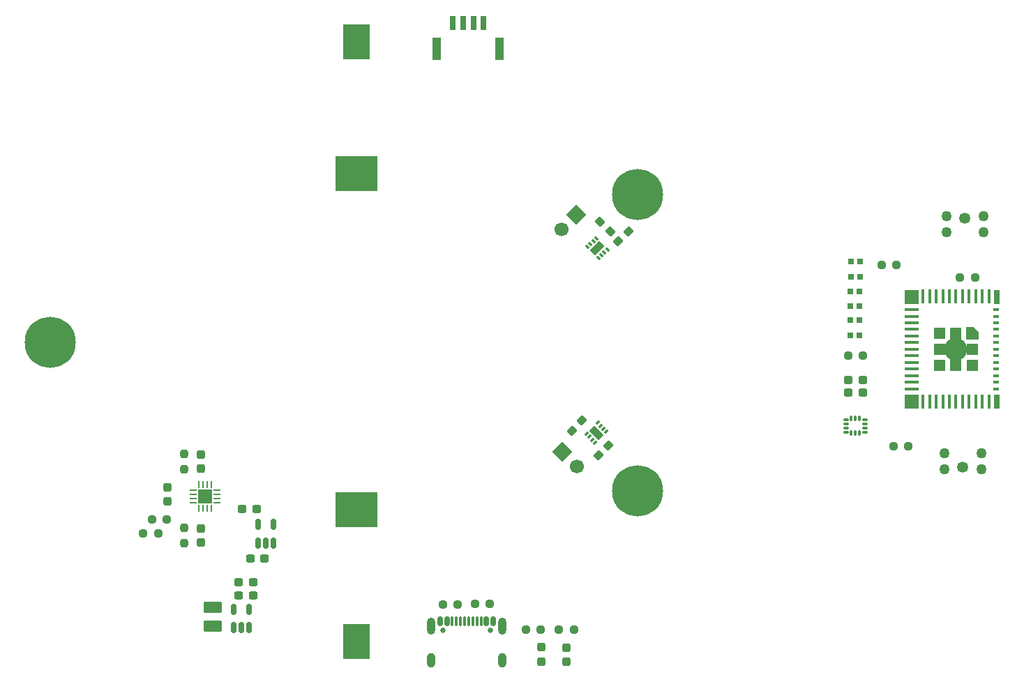
<source format=gbr>
%TF.GenerationSoftware,KiCad,Pcbnew,7.0.10-7.0.10~ubuntu22.04.1*%
%TF.CreationDate,2024-04-26T13:08:31-04:00*%
%TF.ProjectId,little_red_rover,6c697474-6c65-45f7-9265-645f726f7665,rev?*%
%TF.SameCoordinates,Original*%
%TF.FileFunction,Soldermask,Top*%
%TF.FilePolarity,Negative*%
%FSLAX46Y46*%
G04 Gerber Fmt 4.6, Leading zero omitted, Abs format (unit mm)*
G04 Created by KiCad (PCBNEW 7.0.10-7.0.10~ubuntu22.04.1) date 2024-04-26 13:08:31*
%MOMM*%
%LPD*%
G01*
G04 APERTURE LIST*
G04 Aperture macros list*
%AMRoundRect*
0 Rectangle with rounded corners*
0 $1 Rounding radius*
0 $2 $3 $4 $5 $6 $7 $8 $9 X,Y pos of 4 corners*
0 Add a 4 corners polygon primitive as box body*
4,1,4,$2,$3,$4,$5,$6,$7,$8,$9,$2,$3,0*
0 Add four circle primitives for the rounded corners*
1,1,$1+$1,$2,$3*
1,1,$1+$1,$4,$5*
1,1,$1+$1,$6,$7*
1,1,$1+$1,$8,$9*
0 Add four rect primitives between the rounded corners*
20,1,$1+$1,$2,$3,$4,$5,0*
20,1,$1+$1,$4,$5,$6,$7,0*
20,1,$1+$1,$6,$7,$8,$9,0*
20,1,$1+$1,$8,$9,$2,$3,0*%
%AMHorizOval*
0 Thick line with rounded ends*
0 $1 width*
0 $2 $3 position (X,Y) of the first rounded end (center of the circle)*
0 $4 $5 position (X,Y) of the second rounded end (center of the circle)*
0 Add line between two ends*
20,1,$1,$2,$3,$4,$5,0*
0 Add two circle primitives to create the rounded ends*
1,1,$1,$2,$3*
1,1,$1,$4,$5*%
%AMRotRect*
0 Rectangle, with rotation*
0 The origin of the aperture is its center*
0 $1 length*
0 $2 width*
0 $3 Rotation angle, in degrees counterclockwise*
0 Add horizontal line*
21,1,$1,$2,0,0,$3*%
%AMFreePoly0*
4,1,6,0.725000,-0.725000,-0.725000,-0.725000,-0.725000,0.125000,-0.125000,0.725000,0.725000,0.725000,0.725000,-0.725000,0.725000,-0.725000,$1*%
G04 Aperture macros list end*
%ADD10C,6.200000*%
%ADD11RoundRect,0.237500X-0.300000X-0.237500X0.300000X-0.237500X0.300000X0.237500X-0.300000X0.237500X0*%
%ADD12RoundRect,0.237500X-0.044194X-0.380070X0.380070X0.044194X0.044194X0.380070X-0.380070X-0.044194X0*%
%ADD13C,1.346200*%
%ADD14C,1.270000*%
%ADD15RoundRect,0.237500X0.237500X-0.300000X0.237500X0.300000X-0.237500X0.300000X-0.237500X-0.300000X0*%
%ADD16R,3.300000X4.240000*%
%ADD17R,5.200000X4.240000*%
%ADD18RoundRect,0.237500X0.237500X-0.287500X0.237500X0.287500X-0.237500X0.287500X-0.237500X-0.287500X0*%
%ADD19RoundRect,0.237500X0.237500X-0.250000X0.237500X0.250000X-0.237500X0.250000X-0.237500X-0.250000X0*%
%ADD20RoundRect,0.237500X0.300000X0.237500X-0.300000X0.237500X-0.300000X-0.237500X0.300000X-0.237500X0*%
%ADD21RoundRect,0.237500X-0.237500X0.250000X-0.237500X-0.250000X0.237500X-0.250000X0.237500X0.250000X0*%
%ADD22RoundRect,0.150000X0.150000X-0.512500X0.150000X0.512500X-0.150000X0.512500X-0.150000X-0.512500X0*%
%ADD23RoundRect,0.237500X-0.250000X-0.237500X0.250000X-0.237500X0.250000X0.237500X-0.250000X0.237500X0*%
%ADD24RoundRect,0.250001X-0.849999X0.462499X-0.849999X-0.462499X0.849999X-0.462499X0.849999X0.462499X0*%
%ADD25C,0.650000*%
%ADD26RoundRect,0.150000X-0.150000X-0.425000X0.150000X-0.425000X0.150000X0.425000X-0.150000X0.425000X0*%
%ADD27RoundRect,0.075000X-0.075000X-0.500000X0.075000X-0.500000X0.075000X0.500000X-0.075000X0.500000X0*%
%ADD28O,1.000000X2.100000*%
%ADD29O,1.000000X1.800000*%
%ADD30RoundRect,0.237500X0.250000X0.237500X-0.250000X0.237500X-0.250000X-0.237500X0.250000X-0.237500X0*%
%ADD31RoundRect,0.237500X-0.380070X0.044194X0.044194X-0.380070X0.380070X-0.044194X-0.044194X0.380070X0*%
%ADD32RoundRect,0.062500X-0.176777X0.088388X0.088388X-0.176777X0.176777X-0.088388X-0.088388X0.176777X0*%
%ADD33RotRect,0.900000X1.600000X315.000000*%
%ADD34RoundRect,0.062500X0.062500X-0.350000X0.062500X0.350000X-0.062500X0.350000X-0.062500X-0.350000X0*%
%ADD35RoundRect,0.062500X0.350000X-0.062500X0.350000X0.062500X-0.350000X0.062500X-0.350000X-0.062500X0*%
%ADD36R,1.680000X1.680000*%
%ADD37RoundRect,0.237500X0.044194X0.380070X-0.380070X-0.044194X-0.044194X-0.380070X0.380070X0.044194X0*%
%ADD38RoundRect,0.062500X-0.088388X-0.176777X0.176777X0.088388X0.088388X0.176777X-0.176777X-0.088388X0*%
%ADD39RotRect,0.900000X1.600000X45.000000*%
%ADD40R,0.400000X1.800000*%
%ADD41R,1.800000X0.400000*%
%ADD42R,0.800000X0.400000*%
%ADD43FreePoly0,270.000000*%
%ADD44R,1.450000X1.450000*%
%ADD45C,2.800000*%
%ADD46R,0.700000X1.700000*%
%ADD47R,1.700000X1.700000*%
%ADD48RoundRect,0.087500X-0.225000X-0.087500X0.225000X-0.087500X0.225000X0.087500X-0.225000X0.087500X0*%
%ADD49RoundRect,0.087500X-0.087500X-0.225000X0.087500X-0.225000X0.087500X0.225000X-0.087500X0.225000X0*%
%ADD50RotRect,1.700000X1.700000X315.000000*%
%ADD51HorizOval,1.700000X0.000000X0.000000X0.000000X0.000000X0*%
%ADD52R,0.700000X0.700000*%
%ADD53RotRect,1.700000X1.700000X45.000000*%
%ADD54HorizOval,1.700000X0.000000X0.000000X0.000000X0.000000X0*%
%ADD55RoundRect,0.237500X-0.237500X0.300000X-0.237500X-0.300000X0.237500X-0.300000X0.237500X0.300000X0*%
%ADD56R,0.660400X1.701800*%
%ADD57R,1.092200X2.794000*%
G04 APERTURE END LIST*
D10*
%TO.C,MH3*%
X92224805Y-99900000D03*
%TD*%
%TO.C,MH2*%
X163524805Y-81900000D03*
%TD*%
%TO.C,MH1*%
X163524805Y-117900000D03*
%TD*%
D11*
%TO.C,C12*%
X115137500Y-129000000D03*
X116862500Y-129000000D03*
%TD*%
D12*
%TO.C,C7*%
X155590120Y-110609880D03*
X156809880Y-109390120D03*
%TD*%
D13*
%TO.C,U7*%
X203268850Y-84762538D03*
D14*
X201018849Y-86512600D03*
X205518850Y-86512600D03*
X205518850Y-84512599D03*
X201018849Y-84512599D03*
%TD*%
D15*
%TO.C,C1*%
X106525000Y-119200068D03*
X106525000Y-117475068D03*
%TD*%
D16*
%TO.C,J6*%
X129400000Y-136210000D03*
D17*
X129400000Y-120200000D03*
%TD*%
D18*
%TO.C,D1*%
X151900000Y-138656250D03*
X151900000Y-136906250D03*
%TD*%
D19*
%TO.C,R3*%
X108525000Y-124250068D03*
X108525000Y-122425068D03*
%TD*%
D20*
%TO.C,R15*%
X190862500Y-106000000D03*
X189137500Y-106000000D03*
%TD*%
D21*
%TO.C,R8*%
X108525000Y-113425068D03*
X108525000Y-115250068D03*
%TD*%
D22*
%TO.C,U3*%
X117472500Y-124272568D03*
X118422500Y-124272568D03*
X119372500Y-124272568D03*
X119372500Y-121997568D03*
X117472500Y-121997568D03*
%TD*%
D23*
%TO.C,R2*%
X143800000Y-131600000D03*
X145625000Y-131600000D03*
%TD*%
D24*
%TO.C,L2*%
X112000000Y-132037500D03*
X112000000Y-134362500D03*
%TD*%
D12*
%TO.C,C10*%
X161190120Y-87609880D03*
X162409880Y-86390120D03*
%TD*%
D25*
%TO.C,J1*%
X139910000Y-134795000D03*
X145690000Y-134795000D03*
D26*
X139600000Y-133720000D03*
X140400000Y-133720000D03*
D27*
X141550000Y-133720000D03*
X142550000Y-133720000D03*
X143050000Y-133720000D03*
X144050000Y-133720000D03*
D26*
X145200000Y-133720000D03*
X146000000Y-133720000D03*
X146000000Y-133720000D03*
X145200000Y-133720000D03*
D27*
X144550000Y-133720000D03*
X143550000Y-133720000D03*
X142050000Y-133720000D03*
X141050000Y-133720000D03*
D26*
X140400000Y-133720000D03*
X139600000Y-133720000D03*
D28*
X138480000Y-134295000D03*
D29*
X138480000Y-138475000D03*
D28*
X147120000Y-134295000D03*
D29*
X147120000Y-138475000D03*
%TD*%
D15*
%TO.C,C2*%
X110525000Y-115200068D03*
X110525000Y-113475068D03*
%TD*%
D30*
%TO.C,R13*%
X190912500Y-101500000D03*
X189087500Y-101500000D03*
%TD*%
D31*
%TO.C,C8*%
X158990120Y-85190120D03*
X160209880Y-86409880D03*
%TD*%
D13*
%TO.C,U8*%
X203031150Y-115037462D03*
D14*
X205281151Y-113287400D03*
X200781150Y-113287400D03*
X200781150Y-115287401D03*
X205281151Y-115287401D03*
%TD*%
D11*
%TO.C,C4*%
X116560000Y-126135068D03*
X118285000Y-126135068D03*
%TD*%
D23*
%TO.C,R12*%
X194587500Y-112500000D03*
X196412500Y-112500000D03*
%TD*%
D32*
%TO.C,U5*%
X158534672Y-87220458D03*
X158181118Y-87574012D03*
X157827565Y-87927565D03*
X157474011Y-88281119D03*
X158817514Y-89624622D03*
X159171068Y-89271068D03*
X159524621Y-88917515D03*
X159878175Y-88563961D03*
D33*
X158676093Y-88422540D03*
%TD*%
D30*
%TO.C,R10*%
X204512500Y-92000000D03*
X202687500Y-92000000D03*
%TD*%
D11*
%TO.C,C11*%
X115137500Y-130600000D03*
X116862500Y-130600000D03*
%TD*%
D34*
%TO.C,U2*%
X110312500Y-120050068D03*
X110812500Y-120050068D03*
X111312500Y-120050068D03*
X111812500Y-120050068D03*
D35*
X112525000Y-119337568D03*
X112525000Y-118837568D03*
X112525000Y-118337568D03*
X112525000Y-117837568D03*
D34*
X111812500Y-117125068D03*
X111312500Y-117125068D03*
X110812500Y-117125068D03*
X110312500Y-117125068D03*
D35*
X109600000Y-117837568D03*
X109600000Y-118337568D03*
X109600000Y-118837568D03*
X109600000Y-119337568D03*
D36*
X111062500Y-118587568D03*
%TD*%
D18*
%TO.C,D2*%
X154900000Y-138675000D03*
X154900000Y-136925000D03*
%TD*%
D37*
%TO.C,C9*%
X160009880Y-112390120D03*
X158790120Y-113609880D03*
%TD*%
D38*
%TO.C,U6*%
X157361879Y-110977461D03*
X157715433Y-111331015D03*
X158068986Y-111684568D03*
X158422540Y-112038122D03*
X159766043Y-110694619D03*
X159412489Y-110341065D03*
X159058936Y-109987512D03*
X158705382Y-109633958D03*
D39*
X158563961Y-110836040D03*
%TD*%
D40*
%TO.C,U1*%
X206200000Y-94300000D03*
X205400000Y-94300000D03*
X204600000Y-94300000D03*
X203800000Y-94300000D03*
X203000000Y-94300000D03*
X202200000Y-94300000D03*
X201400000Y-94300000D03*
X200600000Y-94300000D03*
X199800000Y-94300000D03*
X199000000Y-94300000D03*
X198200000Y-94300000D03*
D41*
X196800000Y-95900000D03*
X196800000Y-96700000D03*
X196800000Y-97500000D03*
X196800000Y-98300000D03*
X196800000Y-99100000D03*
X196800000Y-99900000D03*
X196800000Y-100700000D03*
X196800000Y-101500000D03*
X196800000Y-102300000D03*
X196800000Y-103100000D03*
X196800000Y-103900000D03*
X196800000Y-104700000D03*
X196800000Y-105500000D03*
D40*
X198200000Y-107100000D03*
X199000000Y-107100000D03*
X199800000Y-107100000D03*
X200600000Y-107100000D03*
X201400000Y-107100000D03*
X202200000Y-107100000D03*
X203000000Y-107100000D03*
X203800000Y-107100000D03*
X204600000Y-107100000D03*
X205400000Y-107100000D03*
X206200000Y-107100000D03*
D42*
X207100000Y-105500000D03*
X207100000Y-104700000D03*
X207100000Y-103900000D03*
X207100000Y-103100000D03*
X207100000Y-102300000D03*
X207100000Y-101500000D03*
X207100000Y-100700000D03*
X207100000Y-99900000D03*
X207100000Y-99100000D03*
X207100000Y-98300000D03*
X207100000Y-97500000D03*
X207100000Y-96700000D03*
X207100000Y-95900000D03*
D43*
X204175000Y-98725000D03*
D44*
X202200000Y-98725000D03*
X200225000Y-98725000D03*
X204175000Y-100700000D03*
D45*
X202200000Y-100700000D03*
D44*
X200225000Y-100700000D03*
X204175000Y-102675000D03*
X202200000Y-102675000D03*
X200225000Y-102675000D03*
D46*
X207150000Y-107050000D03*
D47*
X196800000Y-107050000D03*
X196800000Y-94350000D03*
D46*
X207150000Y-94350000D03*
%TD*%
D48*
%TO.C,U9*%
X188837500Y-109250000D03*
X188837500Y-109750000D03*
X188837500Y-110250000D03*
X188837500Y-110750000D03*
D49*
X189500000Y-110912500D03*
X190000000Y-110912500D03*
X190500000Y-110912500D03*
D48*
X191162500Y-110750000D03*
X191162500Y-110250000D03*
X191162500Y-109750000D03*
X191162500Y-109250000D03*
D49*
X190500000Y-109087500D03*
X190000000Y-109087500D03*
X189500000Y-109087500D03*
%TD*%
D50*
%TO.C,J3*%
X156130509Y-84392031D03*
D51*
X154334458Y-86188082D03*
%TD*%
D16*
%TO.C,J5*%
X129400000Y-63400000D03*
D17*
X129400000Y-79410000D03*
%TD*%
D30*
%TO.C,R5*%
X155812500Y-134781250D03*
X153987500Y-134781250D03*
%TD*%
D52*
%TO.C,D5*%
X189450000Y-91915000D03*
X190550000Y-91915000D03*
X190550000Y-90085000D03*
X189450000Y-90085000D03*
%TD*%
D23*
%TO.C,R7*%
X103560000Y-123097568D03*
X105385000Y-123097568D03*
%TD*%
D53*
%TO.C,J4*%
X154392031Y-113169492D03*
D54*
X156188082Y-114965543D03*
%TD*%
D30*
%TO.C,R1*%
X141712500Y-131700000D03*
X139887500Y-131700000D03*
%TD*%
D52*
%TO.C,D3*%
X189400000Y-99000000D03*
X190500000Y-99000000D03*
X190500000Y-97170000D03*
X189400000Y-97170000D03*
%TD*%
D20*
%TO.C,R14*%
X190862500Y-104400000D03*
X189137500Y-104400000D03*
%TD*%
D52*
%TO.C,D4*%
X189400000Y-95500000D03*
X190500000Y-95500000D03*
X190500000Y-93670000D03*
X189400000Y-93670000D03*
%TD*%
D55*
%TO.C,C5*%
X110525000Y-122475068D03*
X110525000Y-124200068D03*
%TD*%
D23*
%TO.C,R11*%
X193175000Y-90500000D03*
X195000000Y-90500000D03*
%TD*%
%TO.C,R6*%
X104612500Y-121337568D03*
X106437500Y-121337568D03*
%TD*%
D22*
%TO.C,U4*%
X114512500Y-134537500D03*
X115462500Y-134537500D03*
X116412500Y-134537500D03*
X116412500Y-132262500D03*
X114512500Y-132262500D03*
%TD*%
D23*
%TO.C,R4*%
X149987500Y-134781250D03*
X151812500Y-134781250D03*
%TD*%
D56*
%TO.C,J2*%
X141125000Y-61124300D03*
X142375000Y-61124300D03*
X143625000Y-61124300D03*
X144875000Y-61124300D03*
D57*
X139200000Y-64200000D03*
X146800000Y-64200000D03*
%TD*%
D20*
%TO.C,C3*%
X117285000Y-120135068D03*
X115560000Y-120135068D03*
%TD*%
M02*

</source>
